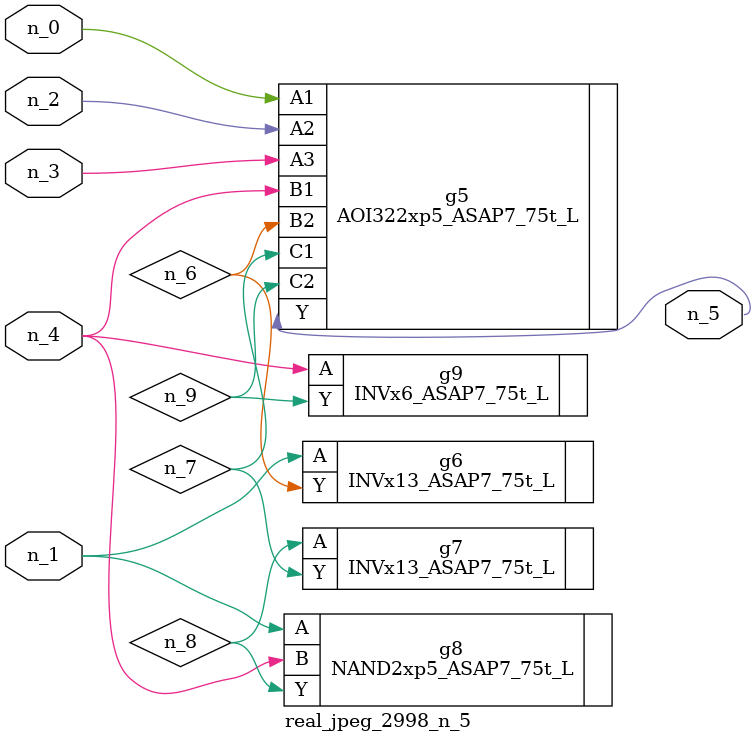
<source format=v>
module real_jpeg_2998_n_5 (n_4, n_0, n_1, n_2, n_3, n_5);

input n_4;
input n_0;
input n_1;
input n_2;
input n_3;

output n_5;

wire n_8;
wire n_6;
wire n_7;
wire n_9;

AOI322xp5_ASAP7_75t_L g5 ( 
.A1(n_0),
.A2(n_2),
.A3(n_3),
.B1(n_4),
.B2(n_6),
.C1(n_7),
.C2(n_9),
.Y(n_5)
);

INVx13_ASAP7_75t_L g6 ( 
.A(n_1),
.Y(n_6)
);

NAND2xp5_ASAP7_75t_L g8 ( 
.A(n_1),
.B(n_4),
.Y(n_8)
);

INVx6_ASAP7_75t_L g9 ( 
.A(n_4),
.Y(n_9)
);

INVx13_ASAP7_75t_L g7 ( 
.A(n_8),
.Y(n_7)
);


endmodule
</source>
